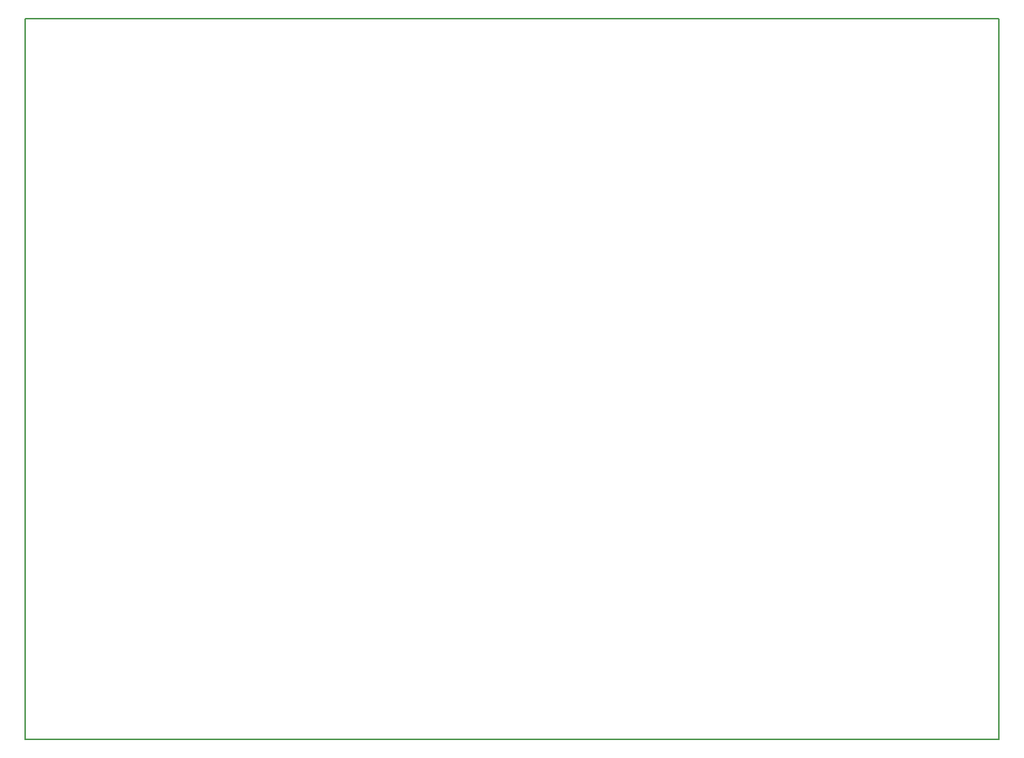
<source format=gm1>
G04 MADE WITH FRITZING*
G04 WWW.FRITZING.ORG*
G04 DOUBLE SIDED*
G04 HOLES PLATED*
G04 CONTOUR ON CENTER OF CONTOUR VECTOR*
%ASAXBY*%
%FSLAX23Y23*%
%MOIN*%
%OFA0B0*%
%SFA1.0B1.0*%
%ADD10R,4.527760X3.353740*%
%ADD11C,0.008000*%
%ADD10C,0.008*%
%LNCONTOUR*%
G90*
G70*
G54D10*
G54D11*
X4Y3350D02*
X4524Y3350D01*
X4524Y4D01*
X4Y4D01*
X4Y3350D01*
D02*
G04 End of contour*
M02*
</source>
